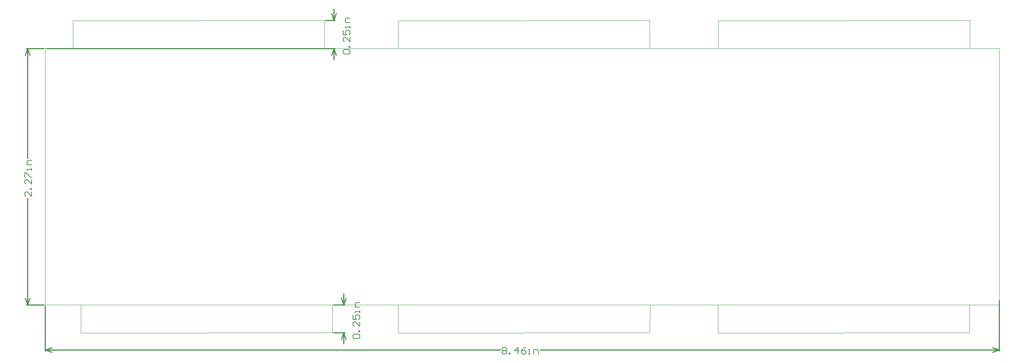
<source format=gko>
G04 Layer_Color=16711935*
%FSLAX25Y25*%
%MOIN*%
G70*
G01*
G75*
%ADD20C,0.01000*%
%ADD55C,0.00600*%
%ADD56C,0.00100*%
D20*
X84900Y270000D02*
X100450D01*
X84900Y497500D02*
X100450D01*
X85900Y270000D02*
Y364555D01*
Y399745D02*
Y497500D01*
Y270000D02*
X87900Y276000D01*
X83900D02*
X85900Y270000D01*
X83900Y491500D02*
X85900Y497500D01*
X87900Y491500D01*
X947600Y228800D02*
Y274000D01*
X101500Y228800D02*
Y268950D01*
X540545Y229800D02*
X947600D01*
X101500D02*
X505355D01*
X941600Y231800D02*
X947600Y229800D01*
X941600Y227800D02*
X947600Y229800D01*
X101500D02*
X107500Y227800D01*
X101500Y229800D02*
X107500Y231800D01*
X350250Y522500D02*
X358600D01*
X102550Y497500D02*
X358600D01*
X357600Y487500D02*
Y497500D01*
Y522500D02*
Y532500D01*
X355600Y491500D02*
X357600Y497500D01*
X359600Y491500D01*
X357600Y522500D02*
X359600Y528500D01*
X355600D02*
X357600Y522500D01*
X357350Y270000D02*
X367100D01*
X357250Y245200D02*
X367100D01*
X366100Y235200D02*
Y245200D01*
Y270000D02*
Y280000D01*
X364100Y239200D02*
X366100Y245200D01*
X368100Y239200D01*
X366100Y270000D02*
X368100Y276000D01*
X364100D02*
X366100Y270000D01*
D55*
X89499Y370154D02*
Y366155D01*
X85500Y370154D01*
X84501D01*
X83501Y369154D01*
Y367155D01*
X84501Y366155D01*
X89499Y372153D02*
X88499D01*
Y373153D01*
X89499D01*
Y372153D01*
Y381150D02*
Y377152D01*
X85500Y381150D01*
X84501D01*
X83501Y380151D01*
Y378151D01*
X84501Y377152D01*
X83501Y383150D02*
Y387148D01*
X84501D01*
X88499Y383150D01*
X89499D01*
Y389148D02*
Y391147D01*
Y390147D01*
X85500D01*
Y389148D01*
X89499Y394146D02*
X85500D01*
Y397145D01*
X86500Y398145D01*
X89499D01*
X506955Y231199D02*
X507955Y232199D01*
X509954D01*
X510954Y231199D01*
Y230200D01*
X509954Y229200D01*
X510954Y228200D01*
Y227201D01*
X509954Y226201D01*
X507955D01*
X506955Y227201D01*
Y228200D01*
X507955Y229200D01*
X506955Y230200D01*
Y231199D01*
X507955Y229200D02*
X509954D01*
X512953Y226201D02*
Y227201D01*
X513953D01*
Y226201D01*
X512953D01*
X520951D02*
Y232199D01*
X517952Y229200D01*
X521950D01*
X527948Y232199D02*
X525949Y231199D01*
X523950Y229200D01*
Y227201D01*
X524949Y226201D01*
X526949D01*
X527948Y227201D01*
Y228200D01*
X526949Y229200D01*
X523950D01*
X529948Y226201D02*
X531947D01*
X530947D01*
Y230200D01*
X529948D01*
X534946Y226201D02*
Y230200D01*
X537945D01*
X538945Y229200D01*
Y226201D01*
X366998Y492405D02*
X365998Y493405D01*
Y495404D01*
X366998Y496404D01*
X370996D01*
X371996Y495404D01*
Y493405D01*
X370996Y492405D01*
X366998D01*
X371996Y498403D02*
X370996D01*
Y499403D01*
X371996D01*
Y498403D01*
Y507400D02*
Y503402D01*
X367997Y507400D01*
X366998D01*
X365998Y506401D01*
Y504401D01*
X366998Y503402D01*
X365998Y513398D02*
Y509400D01*
X368997D01*
X367997Y511399D01*
Y512399D01*
X368997Y513398D01*
X370996D01*
X371996Y512399D01*
Y510399D01*
X370996Y509400D01*
X371996Y515398D02*
Y517397D01*
Y516397D01*
X367997D01*
Y515398D01*
X371996Y520396D02*
X367997D01*
Y523395D01*
X368997Y524395D01*
X371996D01*
X375498Y240005D02*
X374498Y241005D01*
Y243004D01*
X375498Y244004D01*
X379496D01*
X380496Y243004D01*
Y241005D01*
X379496Y240005D01*
X375498D01*
X380496Y246003D02*
X379496D01*
Y247003D01*
X380496D01*
Y246003D01*
Y255000D02*
Y251002D01*
X376497Y255000D01*
X375498D01*
X374498Y254001D01*
Y252001D01*
X375498Y251002D01*
X374498Y260998D02*
Y257000D01*
X377497D01*
X376497Y258999D01*
Y259999D01*
X377497Y260998D01*
X379496D01*
X380496Y259999D01*
Y257999D01*
X379496Y257000D01*
X380496Y262998D02*
Y264997D01*
Y263997D01*
X376497D01*
Y262998D01*
X380496Y267996D02*
X376497D01*
Y270995D01*
X377497Y271995D01*
X380496D01*
D56*
X101500Y497500D02*
X947500D01*
Y270500D02*
Y497500D01*
X947000Y270000D02*
X947500Y270500D01*
X101500Y270000D02*
X947000D01*
X101500D02*
Y497500D01*
X126100D02*
X126200Y522300D01*
X349200Y522500D01*
Y497500D02*
Y522500D01*
X637600Y497500D02*
Y522500D01*
X414600Y522300D02*
X637600Y522500D01*
X414500Y497500D02*
X414600Y522300D01*
X921700Y497500D02*
Y522500D01*
X698700Y522300D02*
X921700Y522500D01*
X698600Y497500D02*
X698700Y522300D01*
X133200Y245000D02*
Y270000D01*
Y245000D02*
X356200Y245200D01*
X356300Y270000D01*
X414700Y245000D02*
Y270000D01*
Y245000D02*
X637700Y245200D01*
X637800Y270000D01*
X698200Y245000D02*
Y270000D01*
Y245000D02*
X921200Y245200D01*
X921300Y270000D01*
M02*

</source>
